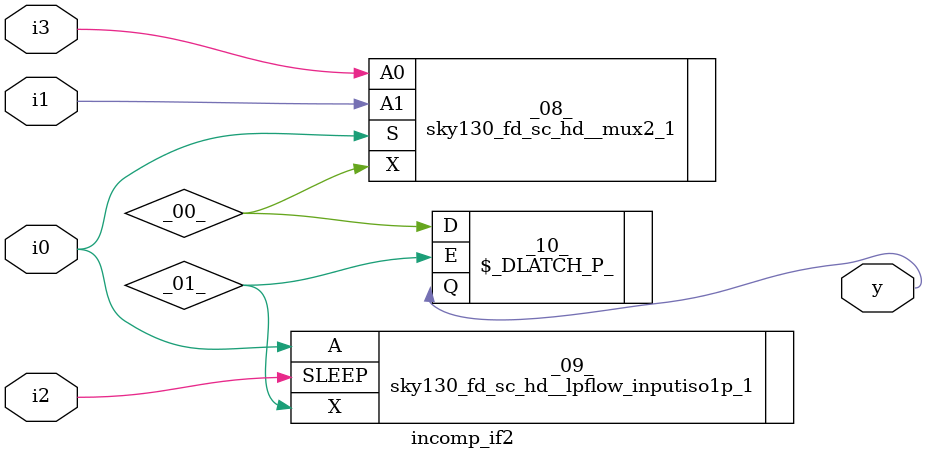
<source format=v>
/* Generated by Yosys 0.9 (git sha1 1979e0b) */

module incomp_if2(i0, i1, i2, i3, y);
  wire _00_;
  wire _01_;
  wire _02_;
  wire _03_;
  wire _04_;
  wire _05_;
  wire _06_;
  wire _07_;
  input i0;
  input i1;
  input i2;
  input i3;
  output y;
  sky130_fd_sc_hd__mux2_1 _08_ (
    .A0(_07_),
    .A1(_05_),
    .S(_04_),
    .X(_02_)
  );
  sky130_fd_sc_hd__lpflow_inputiso1p_1 _09_ (
    .A(_04_),
    .SLEEP(_06_),
    .X(_03_)
  );
  \$_DLATCH_P_  _10_ (
    .D(_00_),
    .E(_01_),
    .Q(y)
  );
  assign _07_ = i3;
  assign _05_ = i1;
  assign _04_ = i0;
  assign _00_ = _02_;
  assign _06_ = i2;
  assign _01_ = _03_;
endmodule

</source>
